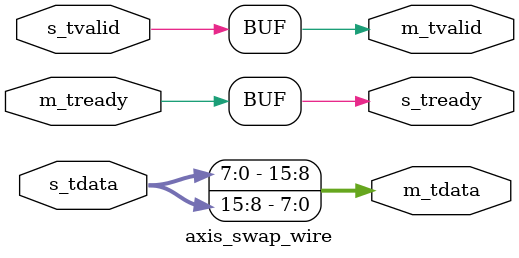
<source format=v>
/**
 * Copyright (C) 2022, Miklos Maroti
 *
 * This source describes Open Hardware and is licensed under the CERN-OHL-S v2.
 * You may redistribute and modify this source and make products using it under
 * the terms of the CERN-OHL-S v2 (https://ohwr.org/cern_ohl_s_v2.txt).
 *
 * This source is distributed WITHOUT ANY EXPRESS OR IMPLIED WARRANTY,
 * INCLUDING OF MERCHANTABILITY, SATISFACTORY QUALITY AND FITNESS FOR A
 * PARTICULAR PURPOSE. Please see the CERN-OHL-S v2 for applicable conditions. 
 */

`default_nettype none

module axis_swap_wire #(
	parameter DATA_WIDTH = 8
) (
	input wire [2*DATA_WIDTH-1:0] s_tdata,
	input wire s_tvalid,
	output wire s_tready,

	output wire [2*DATA_WIDTH-1:0] m_tdata,
	output wire m_tvalid,
	input wire m_tready
);

assign s_tready = m_tready;
assign m_tdata = {s_tdata[DATA_WIDTH-1:0], s_tdata[2*DATA_WIDTH-1:DATA_WIDTH]};
assign m_tvalid = s_tvalid;

endmodule

`default_nettype wire

</source>
